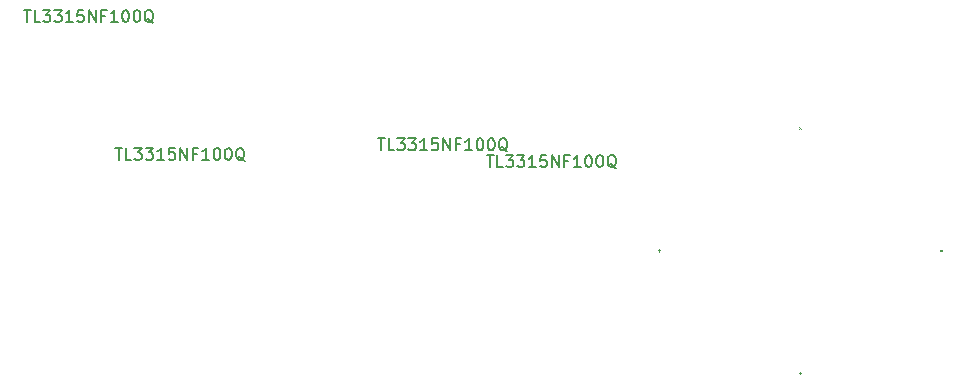
<source format=gbr>
G04 #@! TF.GenerationSoftware,KiCad,Pcbnew,(6.0.7)*
G04 #@! TF.CreationDate,2023-02-24T15:02:31-08:00*
G04 #@! TF.ProjectId,procon_gcc_button_board,70726f63-6f6e-45f6-9763-635f62757474,rev?*
G04 #@! TF.SameCoordinates,Original*
G04 #@! TF.FileFunction,AssemblyDrawing,Top*
%FSLAX46Y46*%
G04 Gerber Fmt 4.6, Leading zero omitted, Abs format (unit mm)*
G04 Created by KiCad (PCBNEW (6.0.7)) date 2023-02-24 15:02:31*
%MOMM*%
%LPD*%
G01*
G04 APERTURE LIST*
%ADD10C,0.150000*%
%ADD11C,0.100000*%
G04 APERTURE END LIST*
D10*
X139555952Y-36627380D02*
X140127380Y-36627380D01*
X139841666Y-37627380D02*
X139841666Y-36627380D01*
X140936904Y-37627380D02*
X140460714Y-37627380D01*
X140460714Y-36627380D01*
X141175000Y-36627380D02*
X141794047Y-36627380D01*
X141460714Y-37008333D01*
X141603571Y-37008333D01*
X141698809Y-37055952D01*
X141746428Y-37103571D01*
X141794047Y-37198809D01*
X141794047Y-37436904D01*
X141746428Y-37532142D01*
X141698809Y-37579761D01*
X141603571Y-37627380D01*
X141317857Y-37627380D01*
X141222619Y-37579761D01*
X141175000Y-37532142D01*
X142127380Y-36627380D02*
X142746428Y-36627380D01*
X142413095Y-37008333D01*
X142555952Y-37008333D01*
X142651190Y-37055952D01*
X142698809Y-37103571D01*
X142746428Y-37198809D01*
X142746428Y-37436904D01*
X142698809Y-37532142D01*
X142651190Y-37579761D01*
X142555952Y-37627380D01*
X142270238Y-37627380D01*
X142175000Y-37579761D01*
X142127380Y-37532142D01*
X143698809Y-37627380D02*
X143127380Y-37627380D01*
X143413095Y-37627380D02*
X143413095Y-36627380D01*
X143317857Y-36770238D01*
X143222619Y-36865476D01*
X143127380Y-36913095D01*
X144603571Y-36627380D02*
X144127380Y-36627380D01*
X144079761Y-37103571D01*
X144127380Y-37055952D01*
X144222619Y-37008333D01*
X144460714Y-37008333D01*
X144555952Y-37055952D01*
X144603571Y-37103571D01*
X144651190Y-37198809D01*
X144651190Y-37436904D01*
X144603571Y-37532142D01*
X144555952Y-37579761D01*
X144460714Y-37627380D01*
X144222619Y-37627380D01*
X144127380Y-37579761D01*
X144079761Y-37532142D01*
X145079761Y-37627380D02*
X145079761Y-36627380D01*
X145651190Y-37627380D01*
X145651190Y-36627380D01*
X146460714Y-37103571D02*
X146127380Y-37103571D01*
X146127380Y-37627380D02*
X146127380Y-36627380D01*
X146603571Y-36627380D01*
X147508333Y-37627380D02*
X146936904Y-37627380D01*
X147222619Y-37627380D02*
X147222619Y-36627380D01*
X147127380Y-36770238D01*
X147032142Y-36865476D01*
X146936904Y-36913095D01*
X148127380Y-36627380D02*
X148222619Y-36627380D01*
X148317857Y-36675000D01*
X148365476Y-36722619D01*
X148413095Y-36817857D01*
X148460714Y-37008333D01*
X148460714Y-37246428D01*
X148413095Y-37436904D01*
X148365476Y-37532142D01*
X148317857Y-37579761D01*
X148222619Y-37627380D01*
X148127380Y-37627380D01*
X148032142Y-37579761D01*
X147984523Y-37532142D01*
X147936904Y-37436904D01*
X147889285Y-37246428D01*
X147889285Y-37008333D01*
X147936904Y-36817857D01*
X147984523Y-36722619D01*
X148032142Y-36675000D01*
X148127380Y-36627380D01*
X149079761Y-36627380D02*
X149175000Y-36627380D01*
X149270238Y-36675000D01*
X149317857Y-36722619D01*
X149365476Y-36817857D01*
X149413095Y-37008333D01*
X149413095Y-37246428D01*
X149365476Y-37436904D01*
X149317857Y-37532142D01*
X149270238Y-37579761D01*
X149175000Y-37627380D01*
X149079761Y-37627380D01*
X148984523Y-37579761D01*
X148936904Y-37532142D01*
X148889285Y-37436904D01*
X148841666Y-37246428D01*
X148841666Y-37008333D01*
X148889285Y-36817857D01*
X148936904Y-36722619D01*
X148984523Y-36675000D01*
X149079761Y-36627380D01*
X150508333Y-37722619D02*
X150413095Y-37675000D01*
X150317857Y-37579761D01*
X150175000Y-37436904D01*
X150079761Y-37389285D01*
X149984523Y-37389285D01*
X150032142Y-37627380D02*
X149936904Y-37579761D01*
X149841666Y-37484523D01*
X149794047Y-37294047D01*
X149794047Y-36960714D01*
X149841666Y-36770238D01*
X149936904Y-36675000D01*
X150032142Y-36627380D01*
X150222619Y-36627380D01*
X150317857Y-36675000D01*
X150413095Y-36770238D01*
X150460714Y-36960714D01*
X150460714Y-37294047D01*
X150413095Y-37484523D01*
X150317857Y-37579761D01*
X150222619Y-37627380D01*
X150032142Y-37627380D01*
X108094952Y-36016380D02*
X108666380Y-36016380D01*
X108380666Y-37016380D02*
X108380666Y-36016380D01*
X109475904Y-37016380D02*
X108999714Y-37016380D01*
X108999714Y-36016380D01*
X109714000Y-36016380D02*
X110333047Y-36016380D01*
X109999714Y-36397333D01*
X110142571Y-36397333D01*
X110237809Y-36444952D01*
X110285428Y-36492571D01*
X110333047Y-36587809D01*
X110333047Y-36825904D01*
X110285428Y-36921142D01*
X110237809Y-36968761D01*
X110142571Y-37016380D01*
X109856857Y-37016380D01*
X109761619Y-36968761D01*
X109714000Y-36921142D01*
X110666380Y-36016380D02*
X111285428Y-36016380D01*
X110952095Y-36397333D01*
X111094952Y-36397333D01*
X111190190Y-36444952D01*
X111237809Y-36492571D01*
X111285428Y-36587809D01*
X111285428Y-36825904D01*
X111237809Y-36921142D01*
X111190190Y-36968761D01*
X111094952Y-37016380D01*
X110809238Y-37016380D01*
X110714000Y-36968761D01*
X110666380Y-36921142D01*
X112237809Y-37016380D02*
X111666380Y-37016380D01*
X111952095Y-37016380D02*
X111952095Y-36016380D01*
X111856857Y-36159238D01*
X111761619Y-36254476D01*
X111666380Y-36302095D01*
X113142571Y-36016380D02*
X112666380Y-36016380D01*
X112618761Y-36492571D01*
X112666380Y-36444952D01*
X112761619Y-36397333D01*
X112999714Y-36397333D01*
X113094952Y-36444952D01*
X113142571Y-36492571D01*
X113190190Y-36587809D01*
X113190190Y-36825904D01*
X113142571Y-36921142D01*
X113094952Y-36968761D01*
X112999714Y-37016380D01*
X112761619Y-37016380D01*
X112666380Y-36968761D01*
X112618761Y-36921142D01*
X113618761Y-37016380D02*
X113618761Y-36016380D01*
X114190190Y-37016380D01*
X114190190Y-36016380D01*
X114999714Y-36492571D02*
X114666380Y-36492571D01*
X114666380Y-37016380D02*
X114666380Y-36016380D01*
X115142571Y-36016380D01*
X116047333Y-37016380D02*
X115475904Y-37016380D01*
X115761619Y-37016380D02*
X115761619Y-36016380D01*
X115666380Y-36159238D01*
X115571142Y-36254476D01*
X115475904Y-36302095D01*
X116666380Y-36016380D02*
X116761619Y-36016380D01*
X116856857Y-36064000D01*
X116904476Y-36111619D01*
X116952095Y-36206857D01*
X116999714Y-36397333D01*
X116999714Y-36635428D01*
X116952095Y-36825904D01*
X116904476Y-36921142D01*
X116856857Y-36968761D01*
X116761619Y-37016380D01*
X116666380Y-37016380D01*
X116571142Y-36968761D01*
X116523523Y-36921142D01*
X116475904Y-36825904D01*
X116428285Y-36635428D01*
X116428285Y-36397333D01*
X116475904Y-36206857D01*
X116523523Y-36111619D01*
X116571142Y-36064000D01*
X116666380Y-36016380D01*
X117618761Y-36016380D02*
X117714000Y-36016380D01*
X117809238Y-36064000D01*
X117856857Y-36111619D01*
X117904476Y-36206857D01*
X117952095Y-36397333D01*
X117952095Y-36635428D01*
X117904476Y-36825904D01*
X117856857Y-36921142D01*
X117809238Y-36968761D01*
X117714000Y-37016380D01*
X117618761Y-37016380D01*
X117523523Y-36968761D01*
X117475904Y-36921142D01*
X117428285Y-36825904D01*
X117380666Y-36635428D01*
X117380666Y-36397333D01*
X117428285Y-36206857D01*
X117475904Y-36111619D01*
X117523523Y-36064000D01*
X117618761Y-36016380D01*
X119047333Y-37111619D02*
X118952095Y-37064000D01*
X118856857Y-36968761D01*
X118714000Y-36825904D01*
X118618761Y-36778285D01*
X118523523Y-36778285D01*
X118571142Y-37016380D02*
X118475904Y-36968761D01*
X118380666Y-36873523D01*
X118333047Y-36683047D01*
X118333047Y-36349714D01*
X118380666Y-36159238D01*
X118475904Y-36064000D01*
X118571142Y-36016380D01*
X118761619Y-36016380D01*
X118856857Y-36064000D01*
X118952095Y-36159238D01*
X118999714Y-36349714D01*
X118999714Y-36683047D01*
X118952095Y-36873523D01*
X118856857Y-36968761D01*
X118761619Y-37016380D01*
X118571142Y-37016380D01*
X100364952Y-24336380D02*
X100936380Y-24336380D01*
X100650666Y-25336380D02*
X100650666Y-24336380D01*
X101745904Y-25336380D02*
X101269714Y-25336380D01*
X101269714Y-24336380D01*
X101984000Y-24336380D02*
X102603047Y-24336380D01*
X102269714Y-24717333D01*
X102412571Y-24717333D01*
X102507809Y-24764952D01*
X102555428Y-24812571D01*
X102603047Y-24907809D01*
X102603047Y-25145904D01*
X102555428Y-25241142D01*
X102507809Y-25288761D01*
X102412571Y-25336380D01*
X102126857Y-25336380D01*
X102031619Y-25288761D01*
X101984000Y-25241142D01*
X102936380Y-24336380D02*
X103555428Y-24336380D01*
X103222095Y-24717333D01*
X103364952Y-24717333D01*
X103460190Y-24764952D01*
X103507809Y-24812571D01*
X103555428Y-24907809D01*
X103555428Y-25145904D01*
X103507809Y-25241142D01*
X103460190Y-25288761D01*
X103364952Y-25336380D01*
X103079238Y-25336380D01*
X102984000Y-25288761D01*
X102936380Y-25241142D01*
X104507809Y-25336380D02*
X103936380Y-25336380D01*
X104222095Y-25336380D02*
X104222095Y-24336380D01*
X104126857Y-24479238D01*
X104031619Y-24574476D01*
X103936380Y-24622095D01*
X105412571Y-24336380D02*
X104936380Y-24336380D01*
X104888761Y-24812571D01*
X104936380Y-24764952D01*
X105031619Y-24717333D01*
X105269714Y-24717333D01*
X105364952Y-24764952D01*
X105412571Y-24812571D01*
X105460190Y-24907809D01*
X105460190Y-25145904D01*
X105412571Y-25241142D01*
X105364952Y-25288761D01*
X105269714Y-25336380D01*
X105031619Y-25336380D01*
X104936380Y-25288761D01*
X104888761Y-25241142D01*
X105888761Y-25336380D02*
X105888761Y-24336380D01*
X106460190Y-25336380D01*
X106460190Y-24336380D01*
X107269714Y-24812571D02*
X106936380Y-24812571D01*
X106936380Y-25336380D02*
X106936380Y-24336380D01*
X107412571Y-24336380D01*
X108317333Y-25336380D02*
X107745904Y-25336380D01*
X108031619Y-25336380D02*
X108031619Y-24336380D01*
X107936380Y-24479238D01*
X107841142Y-24574476D01*
X107745904Y-24622095D01*
X108936380Y-24336380D02*
X109031619Y-24336380D01*
X109126857Y-24384000D01*
X109174476Y-24431619D01*
X109222095Y-24526857D01*
X109269714Y-24717333D01*
X109269714Y-24955428D01*
X109222095Y-25145904D01*
X109174476Y-25241142D01*
X109126857Y-25288761D01*
X109031619Y-25336380D01*
X108936380Y-25336380D01*
X108841142Y-25288761D01*
X108793523Y-25241142D01*
X108745904Y-25145904D01*
X108698285Y-24955428D01*
X108698285Y-24717333D01*
X108745904Y-24526857D01*
X108793523Y-24431619D01*
X108841142Y-24384000D01*
X108936380Y-24336380D01*
X109888761Y-24336380D02*
X109984000Y-24336380D01*
X110079238Y-24384000D01*
X110126857Y-24431619D01*
X110174476Y-24526857D01*
X110222095Y-24717333D01*
X110222095Y-24955428D01*
X110174476Y-25145904D01*
X110126857Y-25241142D01*
X110079238Y-25288761D01*
X109984000Y-25336380D01*
X109888761Y-25336380D01*
X109793523Y-25288761D01*
X109745904Y-25241142D01*
X109698285Y-25145904D01*
X109650666Y-24955428D01*
X109650666Y-24717333D01*
X109698285Y-24526857D01*
X109745904Y-24431619D01*
X109793523Y-24384000D01*
X109888761Y-24336380D01*
X111317333Y-25431619D02*
X111222095Y-25384000D01*
X111126857Y-25288761D01*
X110984000Y-25145904D01*
X110888761Y-25098285D01*
X110793523Y-25098285D01*
X110841142Y-25336380D02*
X110745904Y-25288761D01*
X110650666Y-25193523D01*
X110603047Y-25003047D01*
X110603047Y-24669714D01*
X110650666Y-24479238D01*
X110745904Y-24384000D01*
X110841142Y-24336380D01*
X111031619Y-24336380D01*
X111126857Y-24384000D01*
X111222095Y-24479238D01*
X111269714Y-24669714D01*
X111269714Y-25003047D01*
X111222095Y-25193523D01*
X111126857Y-25288761D01*
X111031619Y-25336380D01*
X110841142Y-25336380D01*
X130354952Y-35206380D02*
X130926380Y-35206380D01*
X130640666Y-36206380D02*
X130640666Y-35206380D01*
X131735904Y-36206380D02*
X131259714Y-36206380D01*
X131259714Y-35206380D01*
X131974000Y-35206380D02*
X132593047Y-35206380D01*
X132259714Y-35587333D01*
X132402571Y-35587333D01*
X132497809Y-35634952D01*
X132545428Y-35682571D01*
X132593047Y-35777809D01*
X132593047Y-36015904D01*
X132545428Y-36111142D01*
X132497809Y-36158761D01*
X132402571Y-36206380D01*
X132116857Y-36206380D01*
X132021619Y-36158761D01*
X131974000Y-36111142D01*
X132926380Y-35206380D02*
X133545428Y-35206380D01*
X133212095Y-35587333D01*
X133354952Y-35587333D01*
X133450190Y-35634952D01*
X133497809Y-35682571D01*
X133545428Y-35777809D01*
X133545428Y-36015904D01*
X133497809Y-36111142D01*
X133450190Y-36158761D01*
X133354952Y-36206380D01*
X133069238Y-36206380D01*
X132974000Y-36158761D01*
X132926380Y-36111142D01*
X134497809Y-36206380D02*
X133926380Y-36206380D01*
X134212095Y-36206380D02*
X134212095Y-35206380D01*
X134116857Y-35349238D01*
X134021619Y-35444476D01*
X133926380Y-35492095D01*
X135402571Y-35206380D02*
X134926380Y-35206380D01*
X134878761Y-35682571D01*
X134926380Y-35634952D01*
X135021619Y-35587333D01*
X135259714Y-35587333D01*
X135354952Y-35634952D01*
X135402571Y-35682571D01*
X135450190Y-35777809D01*
X135450190Y-36015904D01*
X135402571Y-36111142D01*
X135354952Y-36158761D01*
X135259714Y-36206380D01*
X135021619Y-36206380D01*
X134926380Y-36158761D01*
X134878761Y-36111142D01*
X135878761Y-36206380D02*
X135878761Y-35206380D01*
X136450190Y-36206380D01*
X136450190Y-35206380D01*
X137259714Y-35682571D02*
X136926380Y-35682571D01*
X136926380Y-36206380D02*
X136926380Y-35206380D01*
X137402571Y-35206380D01*
X138307333Y-36206380D02*
X137735904Y-36206380D01*
X138021619Y-36206380D02*
X138021619Y-35206380D01*
X137926380Y-35349238D01*
X137831142Y-35444476D01*
X137735904Y-35492095D01*
X138926380Y-35206380D02*
X139021619Y-35206380D01*
X139116857Y-35254000D01*
X139164476Y-35301619D01*
X139212095Y-35396857D01*
X139259714Y-35587333D01*
X139259714Y-35825428D01*
X139212095Y-36015904D01*
X139164476Y-36111142D01*
X139116857Y-36158761D01*
X139021619Y-36206380D01*
X138926380Y-36206380D01*
X138831142Y-36158761D01*
X138783523Y-36111142D01*
X138735904Y-36015904D01*
X138688285Y-35825428D01*
X138688285Y-35587333D01*
X138735904Y-35396857D01*
X138783523Y-35301619D01*
X138831142Y-35254000D01*
X138926380Y-35206380D01*
X139878761Y-35206380D02*
X139974000Y-35206380D01*
X140069238Y-35254000D01*
X140116857Y-35301619D01*
X140164476Y-35396857D01*
X140212095Y-35587333D01*
X140212095Y-35825428D01*
X140164476Y-36015904D01*
X140116857Y-36111142D01*
X140069238Y-36158761D01*
X139974000Y-36206380D01*
X139878761Y-36206380D01*
X139783523Y-36158761D01*
X139735904Y-36111142D01*
X139688285Y-36015904D01*
X139640666Y-35825428D01*
X139640666Y-35587333D01*
X139688285Y-35396857D01*
X139735904Y-35301619D01*
X139783523Y-35254000D01*
X139878761Y-35206380D01*
X141307333Y-36301619D02*
X141212095Y-36254000D01*
X141116857Y-36158761D01*
X140974000Y-36015904D01*
X140878761Y-35968285D01*
X140783523Y-35968285D01*
X140831142Y-36206380D02*
X140735904Y-36158761D01*
X140640666Y-36063523D01*
X140593047Y-35873047D01*
X140593047Y-35539714D01*
X140640666Y-35349238D01*
X140735904Y-35254000D01*
X140831142Y-35206380D01*
X141021619Y-35206380D01*
X141116857Y-35254000D01*
X141212095Y-35349238D01*
X141259714Y-35539714D01*
X141259714Y-35873047D01*
X141212095Y-36063523D01*
X141116857Y-36158761D01*
X141021619Y-36206380D01*
X140831142Y-36206380D01*
D11*
X166154000Y-55074000D02*
X165954000Y-55074000D01*
X166054000Y-55074000D02*
X166154000Y-55074000D01*
X166054000Y-55174000D02*
X166054000Y-54974000D01*
X166054000Y-55074000D02*
X166054000Y-55174000D01*
X166054000Y-34304000D02*
X166124711Y-34233289D01*
X166054000Y-34304000D02*
X165983289Y-34233289D01*
X165983289Y-34233289D02*
X166124711Y-34374711D01*
X166124711Y-34233289D02*
X165983289Y-34374711D01*
X154234000Y-44684000D02*
X154034000Y-44684000D01*
X154134000Y-44684000D02*
X154134000Y-44584000D01*
X154134000Y-44584000D02*
X154134000Y-44784000D01*
X154134000Y-44684000D02*
X154234000Y-44684000D01*
X177953289Y-44764711D02*
X178094711Y-44623289D01*
X177953289Y-44623289D02*
X178094711Y-44764711D01*
X178024000Y-44694000D02*
X177953289Y-44764711D01*
X178024000Y-44694000D02*
X177953289Y-44623289D01*
M02*

</source>
